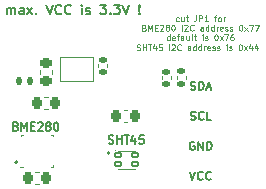
<source format=gbr>
%TF.GenerationSoftware,KiCad,Pcbnew,6.0.11-2627ca5db0~126~ubuntu22.04.1*%
%TF.CreationDate,2024-01-13T13:46:45+01:00*%
%TF.ProjectId,I2C_Module_SHT45_BME280_small_FUEL4EP,4932435f-4d6f-4647-956c-655f53485434,V1.1*%
%TF.SameCoordinates,Original*%
%TF.FileFunction,Legend,Top*%
%TF.FilePolarity,Positive*%
%FSLAX46Y46*%
G04 Gerber Fmt 4.6, Leading zero omitted, Abs format (unit mm)*
G04 Created by KiCad (PCBNEW 6.0.11-2627ca5db0~126~ubuntu22.04.1) date 2024-01-13 13:46:45*
%MOMM*%
%LPD*%
G01*
G04 APERTURE LIST*
G04 Aperture macros list*
%AMRoundRect*
0 Rectangle with rounded corners*
0 $1 Rounding radius*
0 $2 $3 $4 $5 $6 $7 $8 $9 X,Y pos of 4 corners*
0 Add a 4 corners polygon primitive as box body*
4,1,4,$2,$3,$4,$5,$6,$7,$8,$9,$2,$3,0*
0 Add four circle primitives for the rounded corners*
1,1,$1+$1,$2,$3*
1,1,$1+$1,$4,$5*
1,1,$1+$1,$6,$7*
1,1,$1+$1,$8,$9*
0 Add four rect primitives between the rounded corners*
20,1,$1+$1,$2,$3,$4,$5,0*
20,1,$1+$1,$4,$5,$6,$7,0*
20,1,$1+$1,$6,$7,$8,$9,0*
20,1,$1+$1,$8,$9,$2,$3,0*%
G04 Aperture macros list end*
%ADD10C,0.176200*%
%ADD11C,0.150000*%
%ADD12C,0.100000*%
%ADD13C,0.152400*%
%ADD14C,0.120000*%
%ADD15RoundRect,0.225000X0.250000X-0.225000X0.250000X0.225000X-0.250000X0.225000X-0.250000X-0.225000X0*%
%ADD16RoundRect,0.147500X-0.147500X-0.172500X0.147500X-0.172500X0.147500X0.172500X-0.147500X0.172500X0*%
%ADD17R,0.500000X0.350000*%
%ADD18R,1.000000X1.500000*%
%ADD19RoundRect,0.225000X0.225000X0.250000X-0.225000X0.250000X-0.225000X-0.250000X0.225000X-0.250000X0*%
%ADD20RoundRect,0.135000X-0.185000X0.135000X-0.185000X-0.135000X0.185000X-0.135000X0.185000X0.135000X0*%
%ADD21RoundRect,0.102000X-0.250000X-0.150000X0.250000X-0.150000X0.250000X0.150000X-0.250000X0.150000X0*%
%ADD22RoundRect,0.225000X-0.225000X-0.250000X0.225000X-0.250000X0.225000X0.250000X-0.225000X0.250000X0*%
%ADD23O,1.700000X1.700000*%
%ADD24R,1.700000X1.700000*%
G04 APERTURE END LIST*
D10*
X9208100Y3900000D02*
G75*
G03*
X9208100Y3900000I-88100J0D01*
G01*
X1408100Y3100000D02*
G75*
G03*
X1408100Y3100000I-88100J0D01*
G01*
D11*
X16070000Y9276666D02*
X16170000Y9243333D01*
X16336666Y9243333D01*
X16403333Y9276666D01*
X16436666Y9310000D01*
X16470000Y9376666D01*
X16470000Y9443333D01*
X16436666Y9510000D01*
X16403333Y9543333D01*
X16336666Y9576666D01*
X16203333Y9610000D01*
X16136666Y9643333D01*
X16103333Y9676666D01*
X16070000Y9743333D01*
X16070000Y9810000D01*
X16103333Y9876666D01*
X16136666Y9910000D01*
X16203333Y9943333D01*
X16370000Y9943333D01*
X16470000Y9910000D01*
X16770000Y9243333D02*
X16770000Y9943333D01*
X16936666Y9943333D01*
X17036666Y9910000D01*
X17103333Y9843333D01*
X17136666Y9776666D01*
X17170000Y9643333D01*
X17170000Y9543333D01*
X17136666Y9410000D01*
X17103333Y9343333D01*
X17036666Y9276666D01*
X16936666Y9243333D01*
X16770000Y9243333D01*
X17436666Y9443333D02*
X17770000Y9443333D01*
X17370000Y9243333D02*
X17603333Y9943333D01*
X17836666Y9243333D01*
D12*
X11506047Y12624619D02*
X11577476Y12600809D01*
X11696523Y12600809D01*
X11744142Y12624619D01*
X11767952Y12648428D01*
X11791761Y12696047D01*
X11791761Y12743666D01*
X11767952Y12791285D01*
X11744142Y12815095D01*
X11696523Y12838904D01*
X11601285Y12862714D01*
X11553666Y12886523D01*
X11529857Y12910333D01*
X11506047Y12957952D01*
X11506047Y13005571D01*
X11529857Y13053190D01*
X11553666Y13077000D01*
X11601285Y13100809D01*
X11720333Y13100809D01*
X11791761Y13077000D01*
X12006047Y12600809D02*
X12006047Y13100809D01*
X12006047Y12862714D02*
X12291761Y12862714D01*
X12291761Y12600809D02*
X12291761Y13100809D01*
X12458428Y13100809D02*
X12744142Y13100809D01*
X12601285Y12600809D02*
X12601285Y13100809D01*
X13125095Y12934142D02*
X13125095Y12600809D01*
X13006047Y13124619D02*
X12886999Y12767476D01*
X13196523Y12767476D01*
X13625095Y13100809D02*
X13386999Y13100809D01*
X13363190Y12862714D01*
X13386999Y12886523D01*
X13434619Y12910333D01*
X13553666Y12910333D01*
X13601285Y12886523D01*
X13625095Y12862714D01*
X13648904Y12815095D01*
X13648904Y12696047D01*
X13625095Y12648428D01*
X13601285Y12624619D01*
X13553666Y12600809D01*
X13434619Y12600809D01*
X13386999Y12624619D01*
X13363190Y12648428D01*
X14244142Y12600809D02*
X14244142Y13100809D01*
X14458428Y13053190D02*
X14482238Y13077000D01*
X14529857Y13100809D01*
X14648904Y13100809D01*
X14696523Y13077000D01*
X14720333Y13053190D01*
X14744142Y13005571D01*
X14744142Y12957952D01*
X14720333Y12886523D01*
X14434619Y12600809D01*
X14744142Y12600809D01*
X15244142Y12648428D02*
X15220333Y12624619D01*
X15148904Y12600809D01*
X15101285Y12600809D01*
X15029857Y12624619D01*
X14982238Y12672238D01*
X14958428Y12719857D01*
X14934619Y12815095D01*
X14934619Y12886523D01*
X14958428Y12981761D01*
X14982238Y13029380D01*
X15029857Y13077000D01*
X15101285Y13100809D01*
X15148904Y13100809D01*
X15220333Y13077000D01*
X15244142Y13053190D01*
X16053666Y12600809D02*
X16053666Y12862714D01*
X16029857Y12910333D01*
X15982238Y12934142D01*
X15886999Y12934142D01*
X15839380Y12910333D01*
X16053666Y12624619D02*
X16006047Y12600809D01*
X15886999Y12600809D01*
X15839380Y12624619D01*
X15815571Y12672238D01*
X15815571Y12719857D01*
X15839380Y12767476D01*
X15886999Y12791285D01*
X16006047Y12791285D01*
X16053666Y12815095D01*
X16506047Y12600809D02*
X16506047Y13100809D01*
X16506047Y12624619D02*
X16458428Y12600809D01*
X16363190Y12600809D01*
X16315571Y12624619D01*
X16291761Y12648428D01*
X16267952Y12696047D01*
X16267952Y12838904D01*
X16291761Y12886523D01*
X16315571Y12910333D01*
X16363190Y12934142D01*
X16458428Y12934142D01*
X16506047Y12910333D01*
X16958428Y12600809D02*
X16958428Y13100809D01*
X16958428Y12624619D02*
X16910809Y12600809D01*
X16815571Y12600809D01*
X16767952Y12624619D01*
X16744142Y12648428D01*
X16720333Y12696047D01*
X16720333Y12838904D01*
X16744142Y12886523D01*
X16767952Y12910333D01*
X16815571Y12934142D01*
X16910809Y12934142D01*
X16958428Y12910333D01*
X17196523Y12600809D02*
X17196523Y12934142D01*
X17196523Y12838904D02*
X17220333Y12886523D01*
X17244142Y12910333D01*
X17291761Y12934142D01*
X17339380Y12934142D01*
X17696523Y12624619D02*
X17648904Y12600809D01*
X17553666Y12600809D01*
X17506047Y12624619D01*
X17482238Y12672238D01*
X17482238Y12862714D01*
X17506047Y12910333D01*
X17553666Y12934142D01*
X17648904Y12934142D01*
X17696523Y12910333D01*
X17720333Y12862714D01*
X17720333Y12815095D01*
X17482238Y12767476D01*
X17910809Y12624619D02*
X17958428Y12600809D01*
X18053666Y12600809D01*
X18101285Y12624619D01*
X18125095Y12672238D01*
X18125095Y12696047D01*
X18101285Y12743666D01*
X18053666Y12767476D01*
X17982238Y12767476D01*
X17934619Y12791285D01*
X17910809Y12838904D01*
X17910809Y12862714D01*
X17934619Y12910333D01*
X17982238Y12934142D01*
X18053666Y12934142D01*
X18101285Y12910333D01*
X18315571Y12624619D02*
X18363190Y12600809D01*
X18458428Y12600809D01*
X18506047Y12624619D01*
X18529857Y12672238D01*
X18529857Y12696047D01*
X18506047Y12743666D01*
X18458428Y12767476D01*
X18387000Y12767476D01*
X18339380Y12791285D01*
X18315571Y12838904D01*
X18315571Y12862714D01*
X18339380Y12910333D01*
X18387000Y12934142D01*
X18458428Y12934142D01*
X18506047Y12910333D01*
X19125095Y12600809D02*
X19125095Y12934142D01*
X19125095Y13100809D02*
X19101285Y13077000D01*
X19125095Y13053190D01*
X19148904Y13077000D01*
X19125095Y13100809D01*
X19125095Y13053190D01*
X19339380Y12624619D02*
X19386999Y12600809D01*
X19482238Y12600809D01*
X19529857Y12624619D01*
X19553666Y12672238D01*
X19553666Y12696047D01*
X19529857Y12743666D01*
X19482238Y12767476D01*
X19410809Y12767476D01*
X19363190Y12791285D01*
X19339380Y12838904D01*
X19339380Y12862714D01*
X19363190Y12910333D01*
X19410809Y12934142D01*
X19482238Y12934142D01*
X19529857Y12910333D01*
X20244142Y13100809D02*
X20291761Y13100809D01*
X20339380Y13077000D01*
X20363190Y13053190D01*
X20386999Y13005571D01*
X20410809Y12910333D01*
X20410809Y12791285D01*
X20386999Y12696047D01*
X20363190Y12648428D01*
X20339380Y12624619D01*
X20291761Y12600809D01*
X20244142Y12600809D01*
X20196523Y12624619D01*
X20172714Y12648428D01*
X20148904Y12696047D01*
X20125095Y12791285D01*
X20125095Y12910333D01*
X20148904Y13005571D01*
X20172714Y13053190D01*
X20196523Y13077000D01*
X20244142Y13100809D01*
X20577476Y12600809D02*
X20839380Y12934142D01*
X20577476Y12934142D02*
X20839380Y12600809D01*
X21244142Y12934142D02*
X21244142Y12600809D01*
X21125095Y13124619D02*
X21006047Y12767476D01*
X21315571Y12767476D01*
X21720333Y12934142D02*
X21720333Y12600809D01*
X21601285Y13124619D02*
X21482238Y12767476D01*
X21791761Y12767476D01*
D11*
X9120000Y4716666D02*
X9220000Y4683333D01*
X9386666Y4683333D01*
X9453333Y4716666D01*
X9486666Y4750000D01*
X9520000Y4816666D01*
X9520000Y4883333D01*
X9486666Y4950000D01*
X9453333Y4983333D01*
X9386666Y5016666D01*
X9253333Y5050000D01*
X9186666Y5083333D01*
X9153333Y5116666D01*
X9120000Y5183333D01*
X9120000Y5250000D01*
X9153333Y5316666D01*
X9186666Y5350000D01*
X9253333Y5383333D01*
X9420000Y5383333D01*
X9520000Y5350000D01*
X9820000Y4683333D02*
X9820000Y5383333D01*
X9820000Y5050000D02*
X10220000Y5050000D01*
X10220000Y4683333D02*
X10220000Y5383333D01*
X10453333Y5383333D02*
X10853333Y5383333D01*
X10653333Y4683333D02*
X10653333Y5383333D01*
X11386666Y5150000D02*
X11386666Y4683333D01*
X11220000Y5416666D02*
X11053333Y4916666D01*
X11486666Y4916666D01*
X12086666Y5383333D02*
X11753333Y5383333D01*
X11720000Y5050000D01*
X11753333Y5083333D01*
X11820000Y5116666D01*
X11986666Y5116666D01*
X12053333Y5083333D01*
X12086666Y5050000D01*
X12120000Y4983333D01*
X12120000Y4816666D01*
X12086666Y4750000D01*
X12053333Y4716666D01*
X11986666Y4683333D01*
X11820000Y4683333D01*
X11753333Y4716666D01*
X11720000Y4750000D01*
X16386666Y4830000D02*
X16320000Y4863333D01*
X16220000Y4863333D01*
X16120000Y4830000D01*
X16053333Y4763333D01*
X16020000Y4696666D01*
X15986666Y4563333D01*
X15986666Y4463333D01*
X16020000Y4330000D01*
X16053333Y4263333D01*
X16120000Y4196666D01*
X16220000Y4163333D01*
X16286666Y4163333D01*
X16386666Y4196666D01*
X16420000Y4230000D01*
X16420000Y4463333D01*
X16286666Y4463333D01*
X16720000Y4163333D02*
X16720000Y4863333D01*
X17120000Y4163333D01*
X17120000Y4863333D01*
X17453333Y4163333D02*
X17453333Y4863333D01*
X17620000Y4863333D01*
X17720000Y4830000D01*
X17786666Y4763333D01*
X17820000Y4696666D01*
X17853333Y4563333D01*
X17853333Y4463333D01*
X17820000Y4330000D01*
X17786666Y4263333D01*
X17720000Y4196666D01*
X17620000Y4163333D01*
X17453333Y4163333D01*
X16086666Y6736666D02*
X16186666Y6703333D01*
X16353333Y6703333D01*
X16420000Y6736666D01*
X16453333Y6770000D01*
X16486666Y6836666D01*
X16486666Y6903333D01*
X16453333Y6970000D01*
X16420000Y7003333D01*
X16353333Y7036666D01*
X16220000Y7070000D01*
X16153333Y7103333D01*
X16120000Y7136666D01*
X16086666Y7203333D01*
X16086666Y7270000D01*
X16120000Y7336666D01*
X16153333Y7370000D01*
X16220000Y7403333D01*
X16386666Y7403333D01*
X16486666Y7370000D01*
X17186666Y6770000D02*
X17153333Y6736666D01*
X17053333Y6703333D01*
X16986666Y6703333D01*
X16886666Y6736666D01*
X16820000Y6803333D01*
X16786666Y6870000D01*
X16753333Y7003333D01*
X16753333Y7103333D01*
X16786666Y7236666D01*
X16820000Y7303333D01*
X16886666Y7370000D01*
X16986666Y7403333D01*
X17053333Y7403333D01*
X17153333Y7370000D01*
X17186666Y7336666D01*
X17820000Y6703333D02*
X17486666Y6703333D01*
X17486666Y7403333D01*
D12*
X15057666Y15080619D02*
X15010047Y15056809D01*
X14914809Y15056809D01*
X14867190Y15080619D01*
X14843380Y15104428D01*
X14819571Y15152047D01*
X14819571Y15294904D01*
X14843380Y15342523D01*
X14867190Y15366333D01*
X14914809Y15390142D01*
X15010047Y15390142D01*
X15057666Y15366333D01*
X15486238Y15390142D02*
X15486238Y15056809D01*
X15271952Y15390142D02*
X15271952Y15128238D01*
X15295761Y15080619D01*
X15343380Y15056809D01*
X15414809Y15056809D01*
X15462428Y15080619D01*
X15486238Y15104428D01*
X15652904Y15390142D02*
X15843380Y15390142D01*
X15724333Y15556809D02*
X15724333Y15128238D01*
X15748142Y15080619D01*
X15795761Y15056809D01*
X15843380Y15056809D01*
X16533857Y15556809D02*
X16533857Y15199666D01*
X16510047Y15128238D01*
X16462428Y15080619D01*
X16391000Y15056809D01*
X16343380Y15056809D01*
X16771952Y15056809D02*
X16771952Y15556809D01*
X16962428Y15556809D01*
X17010047Y15533000D01*
X17033857Y15509190D01*
X17057666Y15461571D01*
X17057666Y15390142D01*
X17033857Y15342523D01*
X17010047Y15318714D01*
X16962428Y15294904D01*
X16771952Y15294904D01*
X17533857Y15056809D02*
X17248142Y15056809D01*
X17391000Y15056809D02*
X17391000Y15556809D01*
X17343380Y15485380D01*
X17295761Y15437761D01*
X17248142Y15413952D01*
X18057666Y15390142D02*
X18248142Y15390142D01*
X18129095Y15056809D02*
X18129095Y15485380D01*
X18152904Y15533000D01*
X18200523Y15556809D01*
X18248142Y15556809D01*
X18486238Y15056809D02*
X18438619Y15080619D01*
X18414809Y15104428D01*
X18391000Y15152047D01*
X18391000Y15294904D01*
X18414809Y15342523D01*
X18438619Y15366333D01*
X18486238Y15390142D01*
X18557666Y15390142D01*
X18605285Y15366333D01*
X18629095Y15342523D01*
X18652904Y15294904D01*
X18652904Y15152047D01*
X18629095Y15104428D01*
X18605285Y15080619D01*
X18557666Y15056809D01*
X18486238Y15056809D01*
X18867190Y15056809D02*
X18867190Y15390142D01*
X18867190Y15294904D02*
X18891000Y15342523D01*
X18914809Y15366333D01*
X18962428Y15390142D01*
X19010047Y15390142D01*
X12152904Y14513714D02*
X12224333Y14489904D01*
X12248142Y14466095D01*
X12271952Y14418476D01*
X12271952Y14347047D01*
X12248142Y14299428D01*
X12224333Y14275619D01*
X12176714Y14251809D01*
X11986238Y14251809D01*
X11986238Y14751809D01*
X12152904Y14751809D01*
X12200523Y14728000D01*
X12224333Y14704190D01*
X12248142Y14656571D01*
X12248142Y14608952D01*
X12224333Y14561333D01*
X12200523Y14537523D01*
X12152904Y14513714D01*
X11986238Y14513714D01*
X12486238Y14251809D02*
X12486238Y14751809D01*
X12652904Y14394666D01*
X12819571Y14751809D01*
X12819571Y14251809D01*
X13057666Y14513714D02*
X13224333Y14513714D01*
X13295761Y14251809D02*
X13057666Y14251809D01*
X13057666Y14751809D01*
X13295761Y14751809D01*
X13486238Y14704190D02*
X13510047Y14728000D01*
X13557666Y14751809D01*
X13676714Y14751809D01*
X13724333Y14728000D01*
X13748142Y14704190D01*
X13771952Y14656571D01*
X13771952Y14608952D01*
X13748142Y14537523D01*
X13462428Y14251809D01*
X13771952Y14251809D01*
X14057666Y14537523D02*
X14010047Y14561333D01*
X13986238Y14585142D01*
X13962428Y14632761D01*
X13962428Y14656571D01*
X13986238Y14704190D01*
X14010047Y14728000D01*
X14057666Y14751809D01*
X14152904Y14751809D01*
X14200523Y14728000D01*
X14224333Y14704190D01*
X14248142Y14656571D01*
X14248142Y14632761D01*
X14224333Y14585142D01*
X14200523Y14561333D01*
X14152904Y14537523D01*
X14057666Y14537523D01*
X14010047Y14513714D01*
X13986238Y14489904D01*
X13962428Y14442285D01*
X13962428Y14347047D01*
X13986238Y14299428D01*
X14010047Y14275619D01*
X14057666Y14251809D01*
X14152904Y14251809D01*
X14200523Y14275619D01*
X14224333Y14299428D01*
X14248142Y14347047D01*
X14248142Y14442285D01*
X14224333Y14489904D01*
X14200523Y14513714D01*
X14152904Y14537523D01*
X14557666Y14751809D02*
X14605285Y14751809D01*
X14652904Y14728000D01*
X14676714Y14704190D01*
X14700523Y14656571D01*
X14724333Y14561333D01*
X14724333Y14442285D01*
X14700523Y14347047D01*
X14676714Y14299428D01*
X14652904Y14275619D01*
X14605285Y14251809D01*
X14557666Y14251809D01*
X14510047Y14275619D01*
X14486238Y14299428D01*
X14462428Y14347047D01*
X14438619Y14442285D01*
X14438619Y14561333D01*
X14462428Y14656571D01*
X14486238Y14704190D01*
X14510047Y14728000D01*
X14557666Y14751809D01*
X15319571Y14251809D02*
X15319571Y14751809D01*
X15533857Y14704190D02*
X15557666Y14728000D01*
X15605285Y14751809D01*
X15724333Y14751809D01*
X15771952Y14728000D01*
X15795761Y14704190D01*
X15819571Y14656571D01*
X15819571Y14608952D01*
X15795761Y14537523D01*
X15510047Y14251809D01*
X15819571Y14251809D01*
X16319571Y14299428D02*
X16295761Y14275619D01*
X16224333Y14251809D01*
X16176714Y14251809D01*
X16105285Y14275619D01*
X16057666Y14323238D01*
X16033857Y14370857D01*
X16010047Y14466095D01*
X16010047Y14537523D01*
X16033857Y14632761D01*
X16057666Y14680380D01*
X16105285Y14728000D01*
X16176714Y14751809D01*
X16224333Y14751809D01*
X16295761Y14728000D01*
X16319571Y14704190D01*
X17129095Y14251809D02*
X17129095Y14513714D01*
X17105285Y14561333D01*
X17057666Y14585142D01*
X16962428Y14585142D01*
X16914809Y14561333D01*
X17129095Y14275619D02*
X17081476Y14251809D01*
X16962428Y14251809D01*
X16914809Y14275619D01*
X16891000Y14323238D01*
X16891000Y14370857D01*
X16914809Y14418476D01*
X16962428Y14442285D01*
X17081476Y14442285D01*
X17129095Y14466095D01*
X17581476Y14251809D02*
X17581476Y14751809D01*
X17581476Y14275619D02*
X17533857Y14251809D01*
X17438619Y14251809D01*
X17391000Y14275619D01*
X17367190Y14299428D01*
X17343380Y14347047D01*
X17343380Y14489904D01*
X17367190Y14537523D01*
X17391000Y14561333D01*
X17438619Y14585142D01*
X17533857Y14585142D01*
X17581476Y14561333D01*
X18033857Y14251809D02*
X18033857Y14751809D01*
X18033857Y14275619D02*
X17986238Y14251809D01*
X17891000Y14251809D01*
X17843380Y14275619D01*
X17819571Y14299428D01*
X17795761Y14347047D01*
X17795761Y14489904D01*
X17819571Y14537523D01*
X17843380Y14561333D01*
X17891000Y14585142D01*
X17986238Y14585142D01*
X18033857Y14561333D01*
X18271952Y14251809D02*
X18271952Y14585142D01*
X18271952Y14489904D02*
X18295761Y14537523D01*
X18319571Y14561333D01*
X18367190Y14585142D01*
X18414809Y14585142D01*
X18771952Y14275619D02*
X18724333Y14251809D01*
X18629095Y14251809D01*
X18581476Y14275619D01*
X18557666Y14323238D01*
X18557666Y14513714D01*
X18581476Y14561333D01*
X18629095Y14585142D01*
X18724333Y14585142D01*
X18771952Y14561333D01*
X18795761Y14513714D01*
X18795761Y14466095D01*
X18557666Y14418476D01*
X18986238Y14275619D02*
X19033857Y14251809D01*
X19129095Y14251809D01*
X19176714Y14275619D01*
X19200523Y14323238D01*
X19200523Y14347047D01*
X19176714Y14394666D01*
X19129095Y14418476D01*
X19057666Y14418476D01*
X19010047Y14442285D01*
X18986238Y14489904D01*
X18986238Y14513714D01*
X19010047Y14561333D01*
X19057666Y14585142D01*
X19129095Y14585142D01*
X19176714Y14561333D01*
X19391000Y14275619D02*
X19438619Y14251809D01*
X19533857Y14251809D01*
X19581476Y14275619D01*
X19605285Y14323238D01*
X19605285Y14347047D01*
X19581476Y14394666D01*
X19533857Y14418476D01*
X19462428Y14418476D01*
X19414809Y14442285D01*
X19391000Y14489904D01*
X19391000Y14513714D01*
X19414809Y14561333D01*
X19462428Y14585142D01*
X19533857Y14585142D01*
X19581476Y14561333D01*
X20295761Y14751809D02*
X20343380Y14751809D01*
X20391000Y14728000D01*
X20414809Y14704190D01*
X20438619Y14656571D01*
X20462428Y14561333D01*
X20462428Y14442285D01*
X20438619Y14347047D01*
X20414809Y14299428D01*
X20391000Y14275619D01*
X20343380Y14251809D01*
X20295761Y14251809D01*
X20248142Y14275619D01*
X20224333Y14299428D01*
X20200523Y14347047D01*
X20176714Y14442285D01*
X20176714Y14561333D01*
X20200523Y14656571D01*
X20224333Y14704190D01*
X20248142Y14728000D01*
X20295761Y14751809D01*
X20629095Y14251809D02*
X20891000Y14585142D01*
X20629095Y14585142D02*
X20891000Y14251809D01*
X21033857Y14751809D02*
X21367190Y14751809D01*
X21152904Y14251809D01*
X21510047Y14751809D02*
X21843380Y14751809D01*
X21629095Y14251809D01*
X14295761Y13446809D02*
X14295761Y13946809D01*
X14295761Y13470619D02*
X14248142Y13446809D01*
X14152904Y13446809D01*
X14105285Y13470619D01*
X14081476Y13494428D01*
X14057666Y13542047D01*
X14057666Y13684904D01*
X14081476Y13732523D01*
X14105285Y13756333D01*
X14152904Y13780142D01*
X14248142Y13780142D01*
X14295761Y13756333D01*
X14724333Y13470619D02*
X14676714Y13446809D01*
X14581476Y13446809D01*
X14533857Y13470619D01*
X14510047Y13518238D01*
X14510047Y13708714D01*
X14533857Y13756333D01*
X14581476Y13780142D01*
X14676714Y13780142D01*
X14724333Y13756333D01*
X14748142Y13708714D01*
X14748142Y13661095D01*
X14510047Y13613476D01*
X14891000Y13780142D02*
X15081476Y13780142D01*
X14962428Y13446809D02*
X14962428Y13875380D01*
X14986238Y13923000D01*
X15033857Y13946809D01*
X15081476Y13946809D01*
X15462428Y13446809D02*
X15462428Y13708714D01*
X15438619Y13756333D01*
X15391000Y13780142D01*
X15295761Y13780142D01*
X15248142Y13756333D01*
X15462428Y13470619D02*
X15414809Y13446809D01*
X15295761Y13446809D01*
X15248142Y13470619D01*
X15224333Y13518238D01*
X15224333Y13565857D01*
X15248142Y13613476D01*
X15295761Y13637285D01*
X15414809Y13637285D01*
X15462428Y13661095D01*
X15914809Y13780142D02*
X15914809Y13446809D01*
X15700523Y13780142D02*
X15700523Y13518238D01*
X15724333Y13470619D01*
X15771952Y13446809D01*
X15843380Y13446809D01*
X15891000Y13470619D01*
X15914809Y13494428D01*
X16224333Y13446809D02*
X16176714Y13470619D01*
X16152904Y13518238D01*
X16152904Y13946809D01*
X16343380Y13780142D02*
X16533857Y13780142D01*
X16414809Y13946809D02*
X16414809Y13518238D01*
X16438619Y13470619D01*
X16486238Y13446809D01*
X16533857Y13446809D01*
X17081476Y13446809D02*
X17081476Y13780142D01*
X17081476Y13946809D02*
X17057666Y13923000D01*
X17081476Y13899190D01*
X17105285Y13923000D01*
X17081476Y13946809D01*
X17081476Y13899190D01*
X17295761Y13470619D02*
X17343380Y13446809D01*
X17438619Y13446809D01*
X17486238Y13470619D01*
X17510047Y13518238D01*
X17510047Y13542047D01*
X17486238Y13589666D01*
X17438619Y13613476D01*
X17367190Y13613476D01*
X17319571Y13637285D01*
X17295761Y13684904D01*
X17295761Y13708714D01*
X17319571Y13756333D01*
X17367190Y13780142D01*
X17438619Y13780142D01*
X17486238Y13756333D01*
X18200523Y13946809D02*
X18248142Y13946809D01*
X18295761Y13923000D01*
X18319571Y13899190D01*
X18343380Y13851571D01*
X18367190Y13756333D01*
X18367190Y13637285D01*
X18343380Y13542047D01*
X18319571Y13494428D01*
X18295761Y13470619D01*
X18248142Y13446809D01*
X18200523Y13446809D01*
X18152904Y13470619D01*
X18129095Y13494428D01*
X18105285Y13542047D01*
X18081476Y13637285D01*
X18081476Y13756333D01*
X18105285Y13851571D01*
X18129095Y13899190D01*
X18152904Y13923000D01*
X18200523Y13946809D01*
X18533857Y13446809D02*
X18795761Y13780142D01*
X18533857Y13780142D02*
X18795761Y13446809D01*
X18938619Y13946809D02*
X19271952Y13946809D01*
X19057666Y13446809D01*
X19676714Y13946809D02*
X19581476Y13946809D01*
X19533857Y13923000D01*
X19510047Y13899190D01*
X19462428Y13827761D01*
X19438619Y13732523D01*
X19438619Y13542047D01*
X19462428Y13494428D01*
X19486238Y13470619D01*
X19533857Y13446809D01*
X19629095Y13446809D01*
X19676714Y13470619D01*
X19700523Y13494428D01*
X19724333Y13542047D01*
X19724333Y13661095D01*
X19700523Y13708714D01*
X19676714Y13732523D01*
X19629095Y13756333D01*
X19533857Y13756333D01*
X19486238Y13732523D01*
X19462428Y13708714D01*
X19438619Y13661095D01*
D11*
X1283333Y6146000D02*
X1383333Y6112666D01*
X1416666Y6079333D01*
X1449999Y6012666D01*
X1449999Y5912666D01*
X1416666Y5846000D01*
X1383333Y5812666D01*
X1316666Y5779333D01*
X1049999Y5779333D01*
X1049999Y6479333D01*
X1283333Y6479333D01*
X1349999Y6446000D01*
X1383333Y6412666D01*
X1416666Y6346000D01*
X1416666Y6279333D01*
X1383333Y6212666D01*
X1349999Y6179333D01*
X1283333Y6146000D01*
X1049999Y6146000D01*
X1749999Y5779333D02*
X1749999Y6479333D01*
X1983333Y5979333D01*
X2216666Y6479333D01*
X2216666Y5779333D01*
X2550000Y6146000D02*
X2783333Y6146000D01*
X2883333Y5779333D02*
X2550000Y5779333D01*
X2550000Y6479333D01*
X2883333Y6479333D01*
X3149999Y6412666D02*
X3183333Y6446000D01*
X3249999Y6479333D01*
X3416666Y6479333D01*
X3483333Y6446000D01*
X3516666Y6412666D01*
X3549999Y6346000D01*
X3549999Y6279333D01*
X3516666Y6179333D01*
X3116666Y5779333D01*
X3549999Y5779333D01*
X3949999Y6179333D02*
X3883333Y6212666D01*
X3849999Y6246000D01*
X3816666Y6312666D01*
X3816666Y6346000D01*
X3849999Y6412666D01*
X3883333Y6446000D01*
X3949999Y6479333D01*
X4083333Y6479333D01*
X4149999Y6446000D01*
X4183333Y6412666D01*
X4216666Y6346000D01*
X4216666Y6312666D01*
X4183333Y6246000D01*
X4149999Y6212666D01*
X4083333Y6179333D01*
X3949999Y6179333D01*
X3883333Y6146000D01*
X3849999Y6112666D01*
X3816666Y6046000D01*
X3816666Y5912666D01*
X3849999Y5846000D01*
X3883333Y5812666D01*
X3949999Y5779333D01*
X4083333Y5779333D01*
X4149999Y5812666D01*
X4183333Y5846000D01*
X4216666Y5912666D01*
X4216666Y6046000D01*
X4183333Y6112666D01*
X4149999Y6146000D01*
X4083333Y6179333D01*
X4649999Y6479333D02*
X4716666Y6479333D01*
X4783333Y6446000D01*
X4816666Y6412666D01*
X4849999Y6346000D01*
X4883333Y6212666D01*
X4883333Y6046000D01*
X4849999Y5912666D01*
X4816666Y5846000D01*
X4783333Y5812666D01*
X4716666Y5779333D01*
X4649999Y5779333D01*
X4583333Y5812666D01*
X4549999Y5846000D01*
X4516666Y5912666D01*
X4483333Y6046000D01*
X4483333Y6212666D01*
X4516666Y6346000D01*
X4549999Y6412666D01*
X4583333Y6446000D01*
X4649999Y6479333D01*
X15986666Y2323333D02*
X16220000Y1623333D01*
X16453333Y2323333D01*
X17086666Y1690000D02*
X17053333Y1656666D01*
X16953333Y1623333D01*
X16886666Y1623333D01*
X16786666Y1656666D01*
X16720000Y1723333D01*
X16686666Y1790000D01*
X16653333Y1923333D01*
X16653333Y2023333D01*
X16686666Y2156666D01*
X16720000Y2223333D01*
X16786666Y2290000D01*
X16886666Y2323333D01*
X16953333Y2323333D01*
X17053333Y2290000D01*
X17086666Y2256666D01*
X17786666Y1690000D02*
X17753333Y1656666D01*
X17653333Y1623333D01*
X17586666Y1623333D01*
X17486666Y1656666D01*
X17420000Y1723333D01*
X17386666Y1790000D01*
X17353333Y1923333D01*
X17353333Y2023333D01*
X17386666Y2156666D01*
X17420000Y2223333D01*
X17486666Y2290000D01*
X17586666Y2323333D01*
X17653333Y2323333D01*
X17753333Y2290000D01*
X17786666Y2256666D01*
D13*
X544047Y15640095D02*
X544047Y16173428D01*
X544047Y16097238D02*
X582142Y16135333D01*
X658333Y16173428D01*
X772619Y16173428D01*
X848809Y16135333D01*
X886904Y16059142D01*
X886904Y15640095D01*
X886904Y16059142D02*
X925000Y16135333D01*
X1001190Y16173428D01*
X1115476Y16173428D01*
X1191666Y16135333D01*
X1229761Y16059142D01*
X1229761Y15640095D01*
X1953571Y15640095D02*
X1953571Y16059142D01*
X1915476Y16135333D01*
X1839285Y16173428D01*
X1686904Y16173428D01*
X1610714Y16135333D01*
X1953571Y15678190D02*
X1877380Y15640095D01*
X1686904Y15640095D01*
X1610714Y15678190D01*
X1572619Y15754380D01*
X1572619Y15830571D01*
X1610714Y15906761D01*
X1686904Y15944857D01*
X1877380Y15944857D01*
X1953571Y15982952D01*
X2258333Y15640095D02*
X2677380Y16173428D01*
X2258333Y16173428D02*
X2677380Y15640095D01*
X2982142Y15716285D02*
X3020238Y15678190D01*
X2982142Y15640095D01*
X2944047Y15678190D01*
X2982142Y15716285D01*
X2982142Y15640095D01*
X3858333Y16440095D02*
X4124999Y15640095D01*
X4391666Y16440095D01*
X5115476Y15716285D02*
X5077380Y15678190D01*
X4963095Y15640095D01*
X4886904Y15640095D01*
X4772619Y15678190D01*
X4696428Y15754380D01*
X4658333Y15830571D01*
X4620238Y15982952D01*
X4620238Y16097238D01*
X4658333Y16249619D01*
X4696428Y16325809D01*
X4772619Y16402000D01*
X4886904Y16440095D01*
X4963095Y16440095D01*
X5077380Y16402000D01*
X5115476Y16363904D01*
X5915476Y15716285D02*
X5877380Y15678190D01*
X5763095Y15640095D01*
X5686904Y15640095D01*
X5572619Y15678190D01*
X5496428Y15754380D01*
X5458333Y15830571D01*
X5420238Y15982952D01*
X5420238Y16097238D01*
X5458333Y16249619D01*
X5496428Y16325809D01*
X5572619Y16402000D01*
X5686904Y16440095D01*
X5763095Y16440095D01*
X5877380Y16402000D01*
X5915476Y16363904D01*
X6867857Y15640095D02*
X6867857Y16173428D01*
X6867857Y16440095D02*
X6829761Y16402000D01*
X6867857Y16363904D01*
X6905952Y16402000D01*
X6867857Y16440095D01*
X6867857Y16363904D01*
X7210714Y15678190D02*
X7286904Y15640095D01*
X7439285Y15640095D01*
X7515476Y15678190D01*
X7553571Y15754380D01*
X7553571Y15792476D01*
X7515476Y15868666D01*
X7439285Y15906761D01*
X7324999Y15906761D01*
X7248809Y15944857D01*
X7210714Y16021047D01*
X7210714Y16059142D01*
X7248809Y16135333D01*
X7324999Y16173428D01*
X7439285Y16173428D01*
X7515476Y16135333D01*
X8429761Y16440095D02*
X8925000Y16440095D01*
X8658333Y16135333D01*
X8772619Y16135333D01*
X8848809Y16097238D01*
X8886904Y16059142D01*
X8925000Y15982952D01*
X8925000Y15792476D01*
X8886904Y15716285D01*
X8848809Y15678190D01*
X8772619Y15640095D01*
X8544047Y15640095D01*
X8467857Y15678190D01*
X8429761Y15716285D01*
X9267857Y15716285D02*
X9305952Y15678190D01*
X9267857Y15640095D01*
X9229761Y15678190D01*
X9267857Y15716285D01*
X9267857Y15640095D01*
X9572619Y16440095D02*
X10067857Y16440095D01*
X9801190Y16135333D01*
X9915476Y16135333D01*
X9991666Y16097238D01*
X10029761Y16059142D01*
X10067857Y15982952D01*
X10067857Y15792476D01*
X10029761Y15716285D01*
X9991666Y15678190D01*
X9915476Y15640095D01*
X9686904Y15640095D01*
X9610714Y15678190D01*
X9572619Y15716285D01*
X10296428Y16440095D02*
X10563095Y15640095D01*
X10829761Y16440095D01*
X11705952Y15716285D02*
X11744047Y15678190D01*
X11705952Y15640095D01*
X11667857Y15678190D01*
X11705952Y15716285D01*
X11705952Y15640095D01*
X11705952Y15944857D02*
X11667857Y16402000D01*
X11705952Y16440095D01*
X11744047Y16402000D01*
X11705952Y15944857D01*
X11705952Y16440095D01*
D14*
%TO.C,C1*%
X3310000Y10609420D02*
X3310000Y10890580D01*
X4330000Y10609420D02*
X4330000Y10890580D01*
D12*
%TO.C,U1*%
X1720000Y5300000D02*
X1720000Y5450000D01*
X4420000Y2750000D02*
X4270000Y2750000D01*
X4420000Y5450000D02*
X4420000Y5300000D01*
X1870000Y2750000D02*
X1620000Y2750000D01*
X1720000Y5450000D02*
X1870000Y5450000D01*
X4430000Y2750000D02*
X4430000Y2900000D01*
X4420000Y5450000D02*
X4270000Y5450000D01*
D14*
%TO.C,JP1*%
X7830000Y11985000D02*
X7830000Y9985000D01*
X7830000Y9985000D02*
X5030000Y9985000D01*
X5030000Y11985000D02*
X7830000Y11985000D01*
X5030000Y9985000D02*
X5030000Y11985000D01*
%TO.C,C3*%
X3960580Y7590000D02*
X3679420Y7590000D01*
X3960580Y8610000D02*
X3679420Y8610000D01*
%TO.C,R1*%
X14889000Y10440641D02*
X14889000Y10133359D01*
X15649000Y10440641D02*
X15649000Y10133359D01*
%TO.C,R3*%
X8240000Y11453641D02*
X8240000Y11146359D01*
X9000000Y11453641D02*
X9000000Y11146359D01*
D12*
%TO.C,U2*%
X9945000Y2575000D02*
X11345000Y2575000D01*
X9945000Y4075000D02*
X11345000Y4075000D01*
X9695000Y4125000D02*
G75*
G03*
X9695000Y4125000I-50000J0D01*
G01*
D14*
%TO.C,C4*%
X2929420Y2310000D02*
X3210580Y2310000D01*
X2929420Y1290000D02*
X3210580Y1290000D01*
%TO.C,R2*%
X13619000Y10438641D02*
X13619000Y10131359D01*
X14379000Y10438641D02*
X14379000Y10131359D01*
%TO.C,C2*%
X10429420Y7510000D02*
X10710580Y7510000D01*
X10429420Y6490000D02*
X10710580Y6490000D01*
%TD*%
%LPC*%
D15*
%TO.C,C1*%
X3820000Y9975000D03*
X3820000Y11525000D03*
%TD*%
D16*
%TO.C,FB1*%
X1535000Y10000000D03*
X2505000Y10000000D03*
%TD*%
D17*
%TO.C,U1*%
X2045000Y3125000D03*
X2045000Y3775000D03*
X2045000Y4425000D03*
X2045000Y5075000D03*
X4095000Y5075000D03*
X4095000Y4425000D03*
X4095000Y3775000D03*
X4095000Y3125000D03*
%TD*%
D18*
%TO.C,JP1*%
X5780000Y10985000D03*
X7080000Y10985000D03*
%TD*%
D19*
%TO.C,C3*%
X4595000Y8100000D03*
X3045000Y8100000D03*
%TD*%
D20*
%TO.C,R1*%
X15269000Y10797000D03*
X15269000Y9777000D03*
%TD*%
%TO.C,R3*%
X8620000Y11810000D03*
X8620000Y10790000D03*
%TD*%
D21*
%TO.C,U2*%
X9945000Y3725000D03*
X9945000Y2925000D03*
X11345000Y2925000D03*
X11345000Y3725000D03*
%TD*%
D22*
%TO.C,C4*%
X2295000Y1800000D03*
X3845000Y1800000D03*
%TD*%
D20*
%TO.C,R2*%
X13999000Y10795000D03*
X13999000Y9775000D03*
%TD*%
D22*
%TO.C,C2*%
X9795000Y7000000D03*
X11345000Y7000000D03*
%TD*%
D23*
%TO.C,J1*%
X19460000Y9525000D03*
X19460000Y6985000D03*
X19460000Y4445000D03*
D24*
X19460000Y1905000D03*
%TD*%
M02*

</source>
